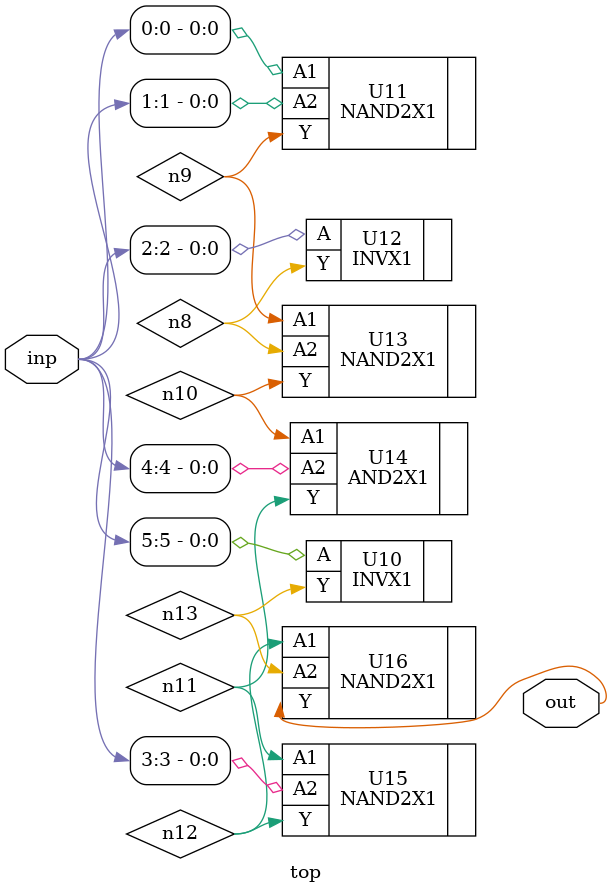
<source format=sv>


module top ( inp, out );
  input [5:0] inp;
  output out;
  wire   n8, n9, n10, n11, n12, n13;

  INVX1 U10 ( .A(inp[5]), .Y(n13) );
  NAND2X1 U11 ( .A1(inp[0]), .A2(inp[1]), .Y(n9) );
  INVX1 U12 ( .A(inp[2]), .Y(n8) );
  NAND2X1 U13 ( .A1(n9), .A2(n8), .Y(n10) );
  AND2X1 U14 ( .A1(n10), .A2(inp[4]), .Y(n11) );
  NAND2X1 U15 ( .A1(n11), .A2(inp[3]), .Y(n12) );
  NAND2X1 U16 ( .A1(n12), .A2(n13), .Y(out) );
endmodule


</source>
